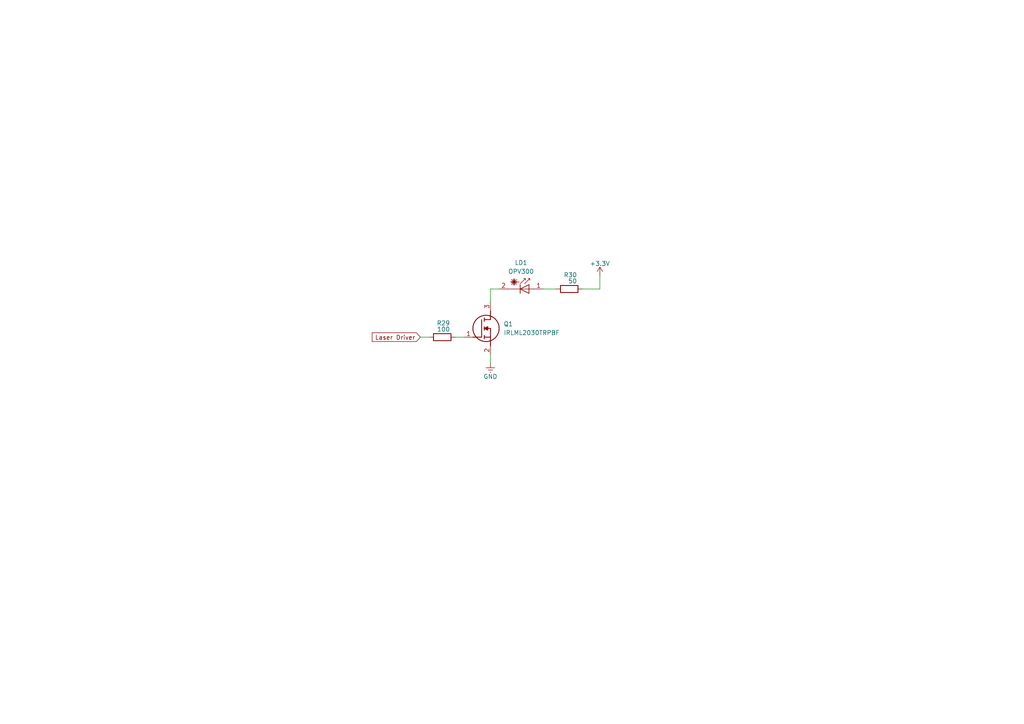
<source format=kicad_sch>
(kicad_sch (version 20231120) (generator "eeschema") (generator_version "8.0")
  (paper "A4")
  (lib_symbols
    (symbol "Device:D_Laser_1C2A" (pin_names (offset 1.016) hide)
      (property "Reference" "LD1" (at -1.27 7.62 0))
      (property "Value" "OPV300" (at -1.27 5.08 0))
      (symbol "D_Laser_1C2A_0_1"
        (polyline (pts (xy -4.064 1.27) (xy -2.54 2.794)))
        (polyline (pts (xy -4.064 1.778) (xy -2.54 2.286)))
        (polyline (pts (xy -4.064 2.286) (xy -2.54 1.778)))
        (polyline (pts (xy -4.064 2.794) (xy -2.54 1.27)))
        (polyline (pts (xy -3.556 2.794) (xy -3.048 1.27)))
        (polyline (pts (xy -3.302 2.032) (xy -3.302 1.016)))
        (polyline (pts (xy -3.302 2.032) (xy -3.302 3.048)))
        (polyline (pts (xy -3.048 2.794) (xy -3.556 1.27)))
        (polyline (pts (xy -1.778 2.032) (xy -4.318 2.032)))
        (polyline (pts (xy -1.524 1.27) (xy -1.524 -1.27)) (stroke (width 0.2032)))
        (polyline (pts (xy 1.27 3.048) (xy 0.762 3.048)))
        (polyline (pts (xy 2.54 0) (xy -5.08 0)))
        (polyline (pts (xy -0.254 1.524) (xy 1.27 3.048) (xy 1.27 2.54)))
        (polyline (pts (xy 1.016 1.27) (xy 1.016 -1.27) (xy -1.524 0) (xy 1.016 1.27)) (stroke (width 0.2032)))
        (polyline (pts (xy -1.524 1.524) (xy 0 3.048) (xy 0 2.54) (xy 0 3.048) (xy -0.508 3.048)))
      )
      (symbol "D_Laser_1C2A_1_1"
        (pin passive line (at 5.08 0 180) (length 2.54) (name "A") (number "1"))
        (pin passive line (at -7.62 0 0) (length 2.54) (name "K") (number "2"))
      )
    )
    (symbol "Device:R" (pin_numbers hide) (pin_names (offset 0))
      (property "Reference" "R" (at 2.032 0 90))
      (property "Value" "R" (at 0 0 90))
      (symbol "R_0_1"
        (rectangle (start -1.016 -2.54) (end 1.016 2.54) (stroke (width 0.254)))
      )
      (symbol "R_1_1"
        (pin passive line (at 0 3.81 270) (length 1.27) (name "~") (number "1"))
        (pin passive line (at 0 -3.81 90) (length 1.27) (name "~") (number "2"))
      )
    )
    (symbol "IRLML2030TRPBF:IRLML2030TRPBF" (pin_names hide)
      (property "Reference" "Q" (at 11.43 3.81 0))
      (property "Value" "IRLML2030TRPBF" (at 11.43 1.27 0))
      (symbol "IRLML2030TRPBF_1_1"
        (polyline (pts (xy 2.54 0) (xy 5.08 0)) (stroke (width 0.254)))
        (polyline (pts (xy 5.08 5.08) (xy 5.08 0)) (stroke (width 0.254)))
        (polyline (pts (xy 5.842 -0.508) (xy 5.842 0.508)) (stroke (width 0.254)))
        (polyline (pts (xy 5.842 0) (xy 7.62 0)) (stroke (width 0.254)))
        (polyline (pts (xy 5.842 2.032) (xy 5.842 3.048)) (stroke (width 0.254)))
        (polyline (pts (xy 5.842 5.588) (xy 5.842 4.572)) (stroke (width 0.254)))
        (polyline (pts (xy 7.62 2.54) (xy 5.842 2.54)) (stroke (width 0.254)))
        (polyline (pts (xy 7.62 2.54) (xy 7.62 -2.54)) (stroke (width 0.254)))
        (polyline (pts (xy 7.62 5.08) (xy 5.842 5.08)) (stroke (width 0.254)))
        (polyline (pts (xy 7.62 5.08) (xy 7.62 7.62)) (stroke (width 0.254)))
        (polyline (pts (xy 5.842 2.54) (xy 6.858 3.048) (xy 6.858 2.032) (xy 5.842 2.54)) (stroke (width 0.254)) (fill (type outline)))
        (circle (center 6.35 2.54) (radius 3.81) (stroke (width 0.254)))
        (pin passive line (at 0 0 0) (length 2.54) (name "G") (number "1"))
        (pin passive line (at 7.62 -5.08 90) (length 2.54) (name "S") (number "2"))
        (pin passive line (at 7.62 10.16 270) (length 2.54) (name "D") (number "3"))
      )
    )
    (symbol "power:+3.3V" (power) (pin_numbers hide) (pin_names (offset 0) hide)
      (property "Value" "+3.3V" (at 0 3.556 0))
      (symbol "+3.3V_0_1"
        (polyline (pts (xy -0.762 1.27) (xy 0 2.54)))
        (polyline (pts (xy 0 0) (xy 0 2.54)))
        (polyline (pts (xy 0 2.54) (xy 0.762 1.27)))
      )
      (symbol "+3.3V_1_1"
        (pin power_in line (at 0 0 90) (length 0) (name "~") (number "1"))
      )
    )
    (symbol "power:Earth" (power) (pin_numbers hide) (pin_names (offset 0) hide)
      (property "Value" "Earth" (at 0 -3.81 0))
      (symbol "Earth_0_1"
        (polyline (pts (xy -0.635 -1.905) (xy 0.635 -1.905)))
        (polyline (pts (xy -0.127 -2.54) (xy 0.127 -2.54)))
        (polyline (pts (xy 0 -1.27) (xy 0 0)))
        (polyline (pts (xy 1.27 -1.27) (xy -1.27 -1.27)))
      )
      (symbol "Earth_1_1"
        (pin power_in line (at 0 0 270) (length 0) (name "~") (number "1"))
      )
    )
  )
  (wire (pts (xy 142.24 83.82) (xy 142.24 87.63)))
  (wire (pts (xy 173.99 83.82) (xy 168.91 83.82)))
  (wire (pts (xy 132.08 97.79) (xy 134.62 97.79)))
  (wire (pts (xy 157.48 83.82) (xy 161.29 83.82)))
  (wire (pts (xy 124.46 97.79) (xy 121.92 97.79)))
  (wire (pts (xy 173.99 80.01) (xy 173.99 83.82)))
  (wire (pts (xy 142.24 102.87) (xy 142.24 105.41)))
  (wire (pts (xy 144.78 83.82) (xy 142.24 83.82)))
  (global_label "Laser Driver" (shape input) (at 121.92 97.79 180) (property "Intersheetrefs" "${INTERSHEET_REFS}" (effects (hide yes))))
  (symbol (lib_id "Device:D_Laser_1C2A") (at 152.4 83.82 0) (unit 1)
    (property "Reference" "LD1" (at 151.13 76.2 0))
    (property "Value" "OPV300" (at 151.13 78.74 0))
    (property "Description" "Laser diode, cathode on pin 2, anode on pin 1" (effects (hide yes)))
  )
  (symbol (lib_id "Device:R") (at 165.1 83.82 90) (unit 1)
    (property "Reference" "R30" (at 167.386 79.756 90) (effects (justify left)))
    (property "Value" "50" (at 167.386 81.534 90) (effects (justify left)))
    (property "Description" "Resistor" (effects (hide yes)))
  )
  (symbol (lib_id "power:+3.3V") (at 173.99 80.01 0) (mirror y) (unit 1)
    (property "Reference" "#PWR041" (effects (hide yes)))
    (property "Value" "+3.3V" (at 173.99 76.454 0))
    (property "Description" "Power symbol creates a global label with name \"+3.3V\"" (effects (hide yes)))
  )
  (symbol (lib_id "power:Earth") (at 142.24 105.41 0) (unit 1)
    (property "Reference" "#PWR040" (effects (hide yes)))
    (property "Value" "GND" (at 142.24 109.22 0))
    (property "Description" "Power symbol creates a global label with name \"Earth\"" (effects (hide yes)))
  )
  (symbol (lib_id "Device:R") (at 128.27 97.79 90) (unit 1)
    (property "Reference" "R29" (at 130.556 93.726 90) (effects (justify left)))
    (property "Value" "100" (at 130.556 95.504 90) (effects (justify left)))
    (property "Description" "Resistor" (effects (hide yes)))
  )
  (symbol (lib_id "IRLML2030TRPBF:IRLML2030TRPBF") (at 134.62 97.79 0) (unit 1)
    (property "Reference" "Q1" (at 146.05 93.9799 0) (effects (justify left)))
    (property "Value" "IRLML2030TRPBF" (at 146.05 96.5199 0) (effects (justify left)))
    (property "Footprint" "SOT95P237X112-3N" (effects (hide yes)))
    (property "Datasheet" "https://componentsearchengine.com/Datasheets/2/IRLML2030TRPBF.pdf" (effects (hide yes)))
    (property "Description" "INTERNATIONAL RECTIFIER - IRLML2030TRPBF - MOSFET, N CH, 30V, 2.7A, SOT-23" (effects (hide yes)))
    (property "Height" "1.12" (effects (hide yes)))
    (property "Mouser Part Number" "942-IRLML2030TRPBF" (effects (hide yes)))
    (property "Mouser Price/Stock" "https://www.mouser.co.uk/ProductDetail/Infineon-Technologies/IRLML2030TRPBF?qs=9%252BKlkBgLFf1B0T6HvO3rNg%3D%3D" (effects (hide yes)))
    (property "Manufacturer_Name" "Infineon" (effects (hide yes)))
    (property "Manufacturer_Part_Number" "IRLML2030TRPBF" (effects (hide yes)))
  )
)
</source>
